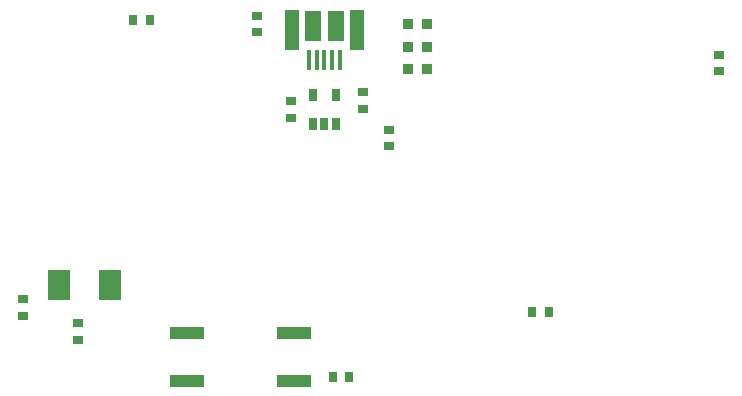
<source format=gtp>
%FSTAX24Y24*%
%MOIN*%
%SFA1B1*%

%IPPOS*%
%ADD10R,0.035400X0.031500*%
%ADD11R,0.074800X0.102400*%
%ADD12R,0.118100X0.039400*%
%ADD13R,0.035400X0.037400*%
%ADD14R,0.015700X0.068900*%
%ADD15R,0.056100X0.098400*%
%ADD16R,0.051200X0.133900*%
%ADD17R,0.031500X0.035400*%
%ADD18R,0.025600X0.043300*%
%LNskateboardpcb-1*%
%LPD*%
G54D10*
X00145Y002824D03*
Y003376D03*
X0033Y002024D03*
Y002576D03*
X0128Y010276D03*
Y009724D03*
X01365Y008474D03*
Y009026D03*
X0104Y009976D03*
Y009424D03*
X00925Y012274D03*
Y012826D03*
X02465Y011526D03*
Y010974D03*
G54D11*
X002654Y00385D03*
X004346D03*
G54D12*
X010472Y000663D03*
Y002237D03*
X006928Y000663D03*
Y002237D03*
G54D13*
X01493Y0118D03*
X0143D03*
X01493Y01105D03*
X0143D03*
X01493Y01255D03*
X0143D03*
G54D14*
X010988Y011353D03*
X011244D03*
X0115D03*
X011756D03*
X012012D03*
G54D15*
X011126Y012494D03*
X011874D03*
G54D16*
X010427Y012367D03*
X012573D03*
G54D17*
X018976Y00295D03*
X018424D03*
X011774Y0008D03*
X012326D03*
X005124Y0127D03*
X005676D03*
G54D18*
X011126Y010172D03*
X011874D03*
Y009228D03*
X0115D03*
X011126D03*
M02*
</source>
